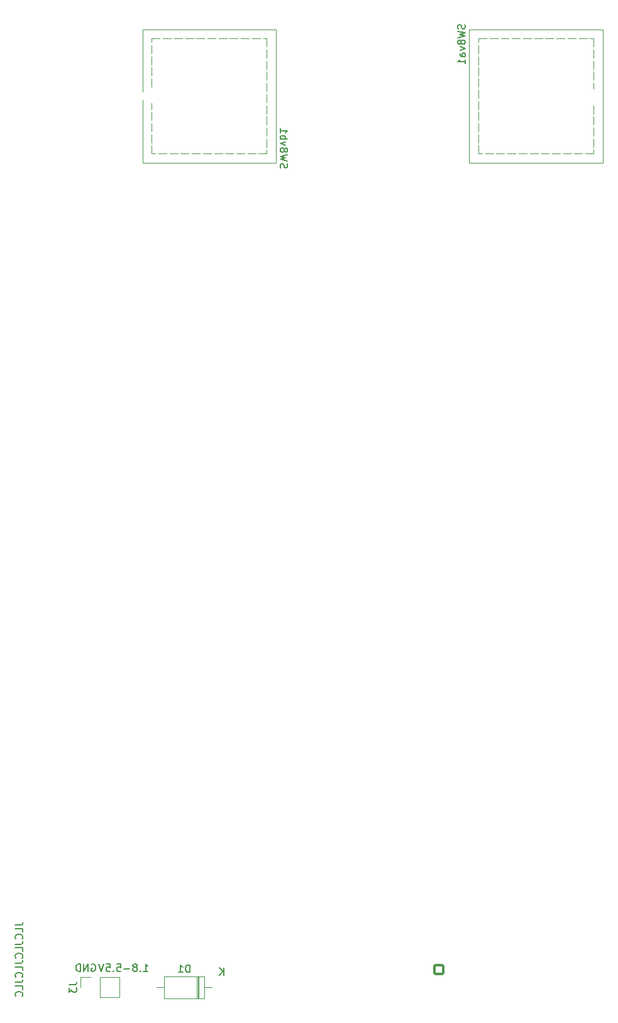
<source format=gbo>
%TF.GenerationSoftware,KiCad,Pcbnew,9.0.0*%
%TF.CreationDate,2025-03-25T20:45:47+10:00*%
%TF.ProjectId,PicoSax,5069636f-5361-4782-9e6b-696361645f70,rev?*%
%TF.SameCoordinates,Original*%
%TF.FileFunction,Legend,Bot*%
%TF.FilePolarity,Positive*%
%FSLAX46Y46*%
G04 Gerber Fmt 4.6, Leading zero omitted, Abs format (unit mm)*
G04 Created by KiCad (PCBNEW 9.0.0) date 2025-03-25 20:45:47*
%MOMM*%
%LPD*%
G01*
G04 APERTURE LIST*
G04 Aperture macros list*
%AMRoundRect*
0 Rectangle with rounded corners*
0 $1 Rounding radius*
0 $2 $3 $4 $5 $6 $7 $8 $9 X,Y pos of 4 corners*
0 Add a 4 corners polygon primitive as box body*
4,1,4,$2,$3,$4,$5,$6,$7,$8,$9,$2,$3,0*
0 Add four circle primitives for the rounded corners*
1,1,$1+$1,$2,$3*
1,1,$1+$1,$4,$5*
1,1,$1+$1,$6,$7*
1,1,$1+$1,$8,$9*
0 Add four rect primitives between the rounded corners*
20,1,$1+$1,$2,$3,$4,$5,0*
20,1,$1+$1,$4,$5,$6,$7,0*
20,1,$1+$1,$6,$7,$8,$9,0*
20,1,$1+$1,$8,$9,$2,$3,0*%
%AMFreePoly0*
4,1,37,0.603843,0.796157,0.639018,0.796157,0.711114,0.766294,0.766294,0.711114,0.796157,0.639018,0.796157,0.603843,0.800000,0.600000,0.800000,-0.600000,0.796157,-0.603843,0.796157,-0.639018,0.766294,-0.711114,0.711114,-0.766294,0.639018,-0.796157,0.603843,-0.796157,0.600000,-0.800000,0.000000,-0.800000,0.000000,-0.796148,-0.078414,-0.796148,-0.232228,-0.765552,-0.377117,-0.705537,
-0.507515,-0.618408,-0.618408,-0.507515,-0.705537,-0.377117,-0.765552,-0.232228,-0.796148,-0.078414,-0.796148,0.078414,-0.765552,0.232228,-0.705537,0.377117,-0.618408,0.507515,-0.507515,0.618408,-0.377117,0.705537,-0.232228,0.765552,-0.078414,0.796148,0.000000,0.796148,0.000000,0.800000,0.600000,0.800000,0.603843,0.796157,0.603843,0.796157,$1*%
%AMFreePoly1*
4,1,37,0.000000,0.796148,0.078414,0.796148,0.232228,0.765552,0.377117,0.705537,0.507515,0.618408,0.618408,0.507515,0.705537,0.377117,0.765552,0.232228,0.796148,0.078414,0.796148,-0.078414,0.765552,-0.232228,0.705537,-0.377117,0.618408,-0.507515,0.507515,-0.618408,0.377117,-0.705537,0.232228,-0.765552,0.078414,-0.796148,0.000000,-0.796148,0.000000,-0.800000,-0.600000,-0.800000,
-0.603843,-0.796157,-0.639018,-0.796157,-0.711114,-0.766294,-0.766294,-0.711114,-0.796157,-0.639018,-0.796157,-0.603843,-0.800000,-0.600000,-0.800000,0.600000,-0.796157,0.603843,-0.796157,0.639018,-0.766294,0.711114,-0.711114,0.766294,-0.639018,0.796157,-0.603843,0.796157,-0.600000,0.800000,0.000000,0.800000,0.000000,0.796148,0.000000,0.796148,$1*%
G04 Aperture macros list end*
%ADD10C,0.150000*%
%ADD11C,0.100000*%
%ADD12C,0.120000*%
%ADD13C,2.000000*%
%ADD14C,2.500000*%
%ADD15C,3.200000*%
%ADD16C,2.200000*%
%ADD17C,1.850000*%
%ADD18RoundRect,0.200000X0.600000X0.600000X-0.600000X0.600000X-0.600000X-0.600000X0.600000X-0.600000X0*%
%ADD19C,1.600000*%
%ADD20FreePoly0,180.000000*%
%ADD21FreePoly1,180.000000*%
%ADD22C,3.000000*%
%ADD23O,2.500000X2.000000*%
%ADD24O,2.000000X2.500000*%
%ADD25R,1.700000X1.700000*%
%ADD26O,1.700000X1.700000*%
%ADD27R,2.200000X2.200000*%
%ADD28O,2.200000X2.200000*%
G04 APERTURE END LIST*
D10*
X69139411Y-204869819D02*
X69710839Y-204869819D01*
X69425125Y-204869819D02*
X69425125Y-203869819D01*
X69425125Y-203869819D02*
X69520363Y-204012676D01*
X69520363Y-204012676D02*
X69615601Y-204107914D01*
X69615601Y-204107914D02*
X69710839Y-204155533D01*
X68710839Y-204774580D02*
X68663220Y-204822200D01*
X68663220Y-204822200D02*
X68710839Y-204869819D01*
X68710839Y-204869819D02*
X68758458Y-204822200D01*
X68758458Y-204822200D02*
X68710839Y-204774580D01*
X68710839Y-204774580D02*
X68710839Y-204869819D01*
X68091792Y-204298390D02*
X68187030Y-204250771D01*
X68187030Y-204250771D02*
X68234649Y-204203152D01*
X68234649Y-204203152D02*
X68282268Y-204107914D01*
X68282268Y-204107914D02*
X68282268Y-204060295D01*
X68282268Y-204060295D02*
X68234649Y-203965057D01*
X68234649Y-203965057D02*
X68187030Y-203917438D01*
X68187030Y-203917438D02*
X68091792Y-203869819D01*
X68091792Y-203869819D02*
X67901316Y-203869819D01*
X67901316Y-203869819D02*
X67806078Y-203917438D01*
X67806078Y-203917438D02*
X67758459Y-203965057D01*
X67758459Y-203965057D02*
X67710840Y-204060295D01*
X67710840Y-204060295D02*
X67710840Y-204107914D01*
X67710840Y-204107914D02*
X67758459Y-204203152D01*
X67758459Y-204203152D02*
X67806078Y-204250771D01*
X67806078Y-204250771D02*
X67901316Y-204298390D01*
X67901316Y-204298390D02*
X68091792Y-204298390D01*
X68091792Y-204298390D02*
X68187030Y-204346009D01*
X68187030Y-204346009D02*
X68234649Y-204393628D01*
X68234649Y-204393628D02*
X68282268Y-204488866D01*
X68282268Y-204488866D02*
X68282268Y-204679342D01*
X68282268Y-204679342D02*
X68234649Y-204774580D01*
X68234649Y-204774580D02*
X68187030Y-204822200D01*
X68187030Y-204822200D02*
X68091792Y-204869819D01*
X68091792Y-204869819D02*
X67901316Y-204869819D01*
X67901316Y-204869819D02*
X67806078Y-204822200D01*
X67806078Y-204822200D02*
X67758459Y-204774580D01*
X67758459Y-204774580D02*
X67710840Y-204679342D01*
X67710840Y-204679342D02*
X67710840Y-204488866D01*
X67710840Y-204488866D02*
X67758459Y-204393628D01*
X67758459Y-204393628D02*
X67806078Y-204346009D01*
X67806078Y-204346009D02*
X67901316Y-204298390D01*
X67282268Y-204488866D02*
X66520364Y-204488866D01*
X65567983Y-203869819D02*
X66044173Y-203869819D01*
X66044173Y-203869819D02*
X66091792Y-204346009D01*
X66091792Y-204346009D02*
X66044173Y-204298390D01*
X66044173Y-204298390D02*
X65948935Y-204250771D01*
X65948935Y-204250771D02*
X65710840Y-204250771D01*
X65710840Y-204250771D02*
X65615602Y-204298390D01*
X65615602Y-204298390D02*
X65567983Y-204346009D01*
X65567983Y-204346009D02*
X65520364Y-204441247D01*
X65520364Y-204441247D02*
X65520364Y-204679342D01*
X65520364Y-204679342D02*
X65567983Y-204774580D01*
X65567983Y-204774580D02*
X65615602Y-204822200D01*
X65615602Y-204822200D02*
X65710840Y-204869819D01*
X65710840Y-204869819D02*
X65948935Y-204869819D01*
X65948935Y-204869819D02*
X66044173Y-204822200D01*
X66044173Y-204822200D02*
X66091792Y-204774580D01*
X65091792Y-204774580D02*
X65044173Y-204822200D01*
X65044173Y-204822200D02*
X65091792Y-204869819D01*
X65091792Y-204869819D02*
X65139411Y-204822200D01*
X65139411Y-204822200D02*
X65091792Y-204774580D01*
X65091792Y-204774580D02*
X65091792Y-204869819D01*
X64139412Y-203869819D02*
X64615602Y-203869819D01*
X64615602Y-203869819D02*
X64663221Y-204346009D01*
X64663221Y-204346009D02*
X64615602Y-204298390D01*
X64615602Y-204298390D02*
X64520364Y-204250771D01*
X64520364Y-204250771D02*
X64282269Y-204250771D01*
X64282269Y-204250771D02*
X64187031Y-204298390D01*
X64187031Y-204298390D02*
X64139412Y-204346009D01*
X64139412Y-204346009D02*
X64091793Y-204441247D01*
X64091793Y-204441247D02*
X64091793Y-204679342D01*
X64091793Y-204679342D02*
X64139412Y-204774580D01*
X64139412Y-204774580D02*
X64187031Y-204822200D01*
X64187031Y-204822200D02*
X64282269Y-204869819D01*
X64282269Y-204869819D02*
X64520364Y-204869819D01*
X64520364Y-204869819D02*
X64615602Y-204822200D01*
X64615602Y-204822200D02*
X64663221Y-204774580D01*
X63806078Y-203869819D02*
X63472745Y-204869819D01*
X63472745Y-204869819D02*
X63139412Y-203869819D01*
X62139411Y-203917438D02*
X62234649Y-203869819D01*
X62234649Y-203869819D02*
X62377506Y-203869819D01*
X62377506Y-203869819D02*
X62520363Y-203917438D01*
X62520363Y-203917438D02*
X62615601Y-204012676D01*
X62615601Y-204012676D02*
X62663220Y-204107914D01*
X62663220Y-204107914D02*
X62710839Y-204298390D01*
X62710839Y-204298390D02*
X62710839Y-204441247D01*
X62710839Y-204441247D02*
X62663220Y-204631723D01*
X62663220Y-204631723D02*
X62615601Y-204726961D01*
X62615601Y-204726961D02*
X62520363Y-204822200D01*
X62520363Y-204822200D02*
X62377506Y-204869819D01*
X62377506Y-204869819D02*
X62282268Y-204869819D01*
X62282268Y-204869819D02*
X62139411Y-204822200D01*
X62139411Y-204822200D02*
X62091792Y-204774580D01*
X62091792Y-204774580D02*
X62091792Y-204441247D01*
X62091792Y-204441247D02*
X62282268Y-204441247D01*
X61663220Y-204869819D02*
X61663220Y-203869819D01*
X61663220Y-203869819D02*
X61091792Y-204869819D01*
X61091792Y-204869819D02*
X61091792Y-203869819D01*
X60615601Y-204869819D02*
X60615601Y-203869819D01*
X60615601Y-203869819D02*
X60377506Y-203869819D01*
X60377506Y-203869819D02*
X60234649Y-203917438D01*
X60234649Y-203917438D02*
X60139411Y-204012676D01*
X60139411Y-204012676D02*
X60091792Y-204107914D01*
X60091792Y-204107914D02*
X60044173Y-204298390D01*
X60044173Y-204298390D02*
X60044173Y-204441247D01*
X60044173Y-204441247D02*
X60091792Y-204631723D01*
X60091792Y-204631723D02*
X60139411Y-204726961D01*
X60139411Y-204726961D02*
X60234649Y-204822200D01*
X60234649Y-204822200D02*
X60377506Y-204869819D01*
X60377506Y-204869819D02*
X60615601Y-204869819D01*
X51869819Y-198622493D02*
X52584104Y-198622493D01*
X52584104Y-198622493D02*
X52726961Y-198574874D01*
X52726961Y-198574874D02*
X52822200Y-198479636D01*
X52822200Y-198479636D02*
X52869819Y-198336779D01*
X52869819Y-198336779D02*
X52869819Y-198241541D01*
X52869819Y-199574874D02*
X52869819Y-199098684D01*
X52869819Y-199098684D02*
X51869819Y-199098684D01*
X52774580Y-200479636D02*
X52822200Y-200432017D01*
X52822200Y-200432017D02*
X52869819Y-200289160D01*
X52869819Y-200289160D02*
X52869819Y-200193922D01*
X52869819Y-200193922D02*
X52822200Y-200051065D01*
X52822200Y-200051065D02*
X52726961Y-199955827D01*
X52726961Y-199955827D02*
X52631723Y-199908208D01*
X52631723Y-199908208D02*
X52441247Y-199860589D01*
X52441247Y-199860589D02*
X52298390Y-199860589D01*
X52298390Y-199860589D02*
X52107914Y-199908208D01*
X52107914Y-199908208D02*
X52012676Y-199955827D01*
X52012676Y-199955827D02*
X51917438Y-200051065D01*
X51917438Y-200051065D02*
X51869819Y-200193922D01*
X51869819Y-200193922D02*
X51869819Y-200289160D01*
X51869819Y-200289160D02*
X51917438Y-200432017D01*
X51917438Y-200432017D02*
X51965057Y-200479636D01*
X51869819Y-201193922D02*
X52584104Y-201193922D01*
X52584104Y-201193922D02*
X52726961Y-201146303D01*
X52726961Y-201146303D02*
X52822200Y-201051065D01*
X52822200Y-201051065D02*
X52869819Y-200908208D01*
X52869819Y-200908208D02*
X52869819Y-200812970D01*
X52869819Y-202146303D02*
X52869819Y-201670113D01*
X52869819Y-201670113D02*
X51869819Y-201670113D01*
X52774580Y-203051065D02*
X52822200Y-203003446D01*
X52822200Y-203003446D02*
X52869819Y-202860589D01*
X52869819Y-202860589D02*
X52869819Y-202765351D01*
X52869819Y-202765351D02*
X52822200Y-202622494D01*
X52822200Y-202622494D02*
X52726961Y-202527256D01*
X52726961Y-202527256D02*
X52631723Y-202479637D01*
X52631723Y-202479637D02*
X52441247Y-202432018D01*
X52441247Y-202432018D02*
X52298390Y-202432018D01*
X52298390Y-202432018D02*
X52107914Y-202479637D01*
X52107914Y-202479637D02*
X52012676Y-202527256D01*
X52012676Y-202527256D02*
X51917438Y-202622494D01*
X51917438Y-202622494D02*
X51869819Y-202765351D01*
X51869819Y-202765351D02*
X51869819Y-202860589D01*
X51869819Y-202860589D02*
X51917438Y-203003446D01*
X51917438Y-203003446D02*
X51965057Y-203051065D01*
X51869819Y-203765351D02*
X52584104Y-203765351D01*
X52584104Y-203765351D02*
X52726961Y-203717732D01*
X52726961Y-203717732D02*
X52822200Y-203622494D01*
X52822200Y-203622494D02*
X52869819Y-203479637D01*
X52869819Y-203479637D02*
X52869819Y-203384399D01*
X52869819Y-204717732D02*
X52869819Y-204241542D01*
X52869819Y-204241542D02*
X51869819Y-204241542D01*
X52774580Y-205622494D02*
X52822200Y-205574875D01*
X52822200Y-205574875D02*
X52869819Y-205432018D01*
X52869819Y-205432018D02*
X52869819Y-205336780D01*
X52869819Y-205336780D02*
X52822200Y-205193923D01*
X52822200Y-205193923D02*
X52726961Y-205098685D01*
X52726961Y-205098685D02*
X52631723Y-205051066D01*
X52631723Y-205051066D02*
X52441247Y-205003447D01*
X52441247Y-205003447D02*
X52298390Y-205003447D01*
X52298390Y-205003447D02*
X52107914Y-205051066D01*
X52107914Y-205051066D02*
X52012676Y-205098685D01*
X52012676Y-205098685D02*
X51917438Y-205193923D01*
X51917438Y-205193923D02*
X51869819Y-205336780D01*
X51869819Y-205336780D02*
X51869819Y-205432018D01*
X51869819Y-205432018D02*
X51917438Y-205574875D01*
X51917438Y-205574875D02*
X51965057Y-205622494D01*
X51869819Y-206336780D02*
X52584104Y-206336780D01*
X52584104Y-206336780D02*
X52726961Y-206289161D01*
X52726961Y-206289161D02*
X52822200Y-206193923D01*
X52822200Y-206193923D02*
X52869819Y-206051066D01*
X52869819Y-206051066D02*
X52869819Y-205955828D01*
X52869819Y-207289161D02*
X52869819Y-206812971D01*
X52869819Y-206812971D02*
X51869819Y-206812971D01*
X52774580Y-208193923D02*
X52822200Y-208146304D01*
X52822200Y-208146304D02*
X52869819Y-208003447D01*
X52869819Y-208003447D02*
X52869819Y-207908209D01*
X52869819Y-207908209D02*
X52822200Y-207765352D01*
X52822200Y-207765352D02*
X52726961Y-207670114D01*
X52726961Y-207670114D02*
X52631723Y-207622495D01*
X52631723Y-207622495D02*
X52441247Y-207574876D01*
X52441247Y-207574876D02*
X52298390Y-207574876D01*
X52298390Y-207574876D02*
X52107914Y-207622495D01*
X52107914Y-207622495D02*
X52012676Y-207670114D01*
X52012676Y-207670114D02*
X51917438Y-207765352D01*
X51917438Y-207765352D02*
X51869819Y-207908209D01*
X51869819Y-207908209D02*
X51869819Y-208003447D01*
X51869819Y-208003447D02*
X51917438Y-208146304D01*
X51917438Y-208146304D02*
X51965057Y-208193923D01*
X112407200Y-77357143D02*
X112454819Y-77500000D01*
X112454819Y-77500000D02*
X112454819Y-77738095D01*
X112454819Y-77738095D02*
X112407200Y-77833333D01*
X112407200Y-77833333D02*
X112359580Y-77880952D01*
X112359580Y-77880952D02*
X112264342Y-77928571D01*
X112264342Y-77928571D02*
X112169104Y-77928571D01*
X112169104Y-77928571D02*
X112073866Y-77880952D01*
X112073866Y-77880952D02*
X112026247Y-77833333D01*
X112026247Y-77833333D02*
X111978628Y-77738095D01*
X111978628Y-77738095D02*
X111931009Y-77547619D01*
X111931009Y-77547619D02*
X111883390Y-77452381D01*
X111883390Y-77452381D02*
X111835771Y-77404762D01*
X111835771Y-77404762D02*
X111740533Y-77357143D01*
X111740533Y-77357143D02*
X111645295Y-77357143D01*
X111645295Y-77357143D02*
X111550057Y-77404762D01*
X111550057Y-77404762D02*
X111502438Y-77452381D01*
X111502438Y-77452381D02*
X111454819Y-77547619D01*
X111454819Y-77547619D02*
X111454819Y-77785714D01*
X111454819Y-77785714D02*
X111502438Y-77928571D01*
X111454819Y-78261905D02*
X112454819Y-78500000D01*
X112454819Y-78500000D02*
X111740533Y-78690476D01*
X111740533Y-78690476D02*
X112454819Y-78880952D01*
X112454819Y-78880952D02*
X111454819Y-79119048D01*
X111883390Y-79642857D02*
X111835771Y-79547619D01*
X111835771Y-79547619D02*
X111788152Y-79500000D01*
X111788152Y-79500000D02*
X111692914Y-79452381D01*
X111692914Y-79452381D02*
X111645295Y-79452381D01*
X111645295Y-79452381D02*
X111550057Y-79500000D01*
X111550057Y-79500000D02*
X111502438Y-79547619D01*
X111502438Y-79547619D02*
X111454819Y-79642857D01*
X111454819Y-79642857D02*
X111454819Y-79833333D01*
X111454819Y-79833333D02*
X111502438Y-79928571D01*
X111502438Y-79928571D02*
X111550057Y-79976190D01*
X111550057Y-79976190D02*
X111645295Y-80023809D01*
X111645295Y-80023809D02*
X111692914Y-80023809D01*
X111692914Y-80023809D02*
X111788152Y-79976190D01*
X111788152Y-79976190D02*
X111835771Y-79928571D01*
X111835771Y-79928571D02*
X111883390Y-79833333D01*
X111883390Y-79833333D02*
X111883390Y-79642857D01*
X111883390Y-79642857D02*
X111931009Y-79547619D01*
X111931009Y-79547619D02*
X111978628Y-79500000D01*
X111978628Y-79500000D02*
X112073866Y-79452381D01*
X112073866Y-79452381D02*
X112264342Y-79452381D01*
X112264342Y-79452381D02*
X112359580Y-79500000D01*
X112359580Y-79500000D02*
X112407200Y-79547619D01*
X112407200Y-79547619D02*
X112454819Y-79642857D01*
X112454819Y-79642857D02*
X112454819Y-79833333D01*
X112454819Y-79833333D02*
X112407200Y-79928571D01*
X112407200Y-79928571D02*
X112359580Y-79976190D01*
X112359580Y-79976190D02*
X112264342Y-80023809D01*
X112264342Y-80023809D02*
X112073866Y-80023809D01*
X112073866Y-80023809D02*
X111978628Y-79976190D01*
X111978628Y-79976190D02*
X111931009Y-79928571D01*
X111931009Y-79928571D02*
X111883390Y-79833333D01*
X111788152Y-80357143D02*
X112454819Y-80595238D01*
X112454819Y-80595238D02*
X111788152Y-80833333D01*
X112454819Y-81642857D02*
X111931009Y-81642857D01*
X111931009Y-81642857D02*
X111835771Y-81595238D01*
X111835771Y-81595238D02*
X111788152Y-81500000D01*
X111788152Y-81500000D02*
X111788152Y-81309524D01*
X111788152Y-81309524D02*
X111835771Y-81214286D01*
X112407200Y-81642857D02*
X112454819Y-81547619D01*
X112454819Y-81547619D02*
X112454819Y-81309524D01*
X112454819Y-81309524D02*
X112407200Y-81214286D01*
X112407200Y-81214286D02*
X112311961Y-81166667D01*
X112311961Y-81166667D02*
X112216723Y-81166667D01*
X112216723Y-81166667D02*
X112121485Y-81214286D01*
X112121485Y-81214286D02*
X112073866Y-81309524D01*
X112073866Y-81309524D02*
X112073866Y-81547619D01*
X112073866Y-81547619D02*
X112026247Y-81642857D01*
X112454819Y-82642857D02*
X112454819Y-82071429D01*
X112454819Y-82357143D02*
X111454819Y-82357143D01*
X111454819Y-82357143D02*
X111597676Y-82261905D01*
X111597676Y-82261905D02*
X111692914Y-82166667D01*
X111692914Y-82166667D02*
X111740533Y-82071429D01*
X59124819Y-206666666D02*
X59839104Y-206666666D01*
X59839104Y-206666666D02*
X59981961Y-206619047D01*
X59981961Y-206619047D02*
X60077200Y-206523809D01*
X60077200Y-206523809D02*
X60124819Y-206380952D01*
X60124819Y-206380952D02*
X60124819Y-206285714D01*
X59124819Y-207047619D02*
X59124819Y-207666666D01*
X59124819Y-207666666D02*
X59505771Y-207333333D01*
X59505771Y-207333333D02*
X59505771Y-207476190D01*
X59505771Y-207476190D02*
X59553390Y-207571428D01*
X59553390Y-207571428D02*
X59601009Y-207619047D01*
X59601009Y-207619047D02*
X59696247Y-207666666D01*
X59696247Y-207666666D02*
X59934342Y-207666666D01*
X59934342Y-207666666D02*
X60029580Y-207619047D01*
X60029580Y-207619047D02*
X60077200Y-207571428D01*
X60077200Y-207571428D02*
X60124819Y-207476190D01*
X60124819Y-207476190D02*
X60124819Y-207190476D01*
X60124819Y-207190476D02*
X60077200Y-207095238D01*
X60077200Y-207095238D02*
X60029580Y-207047619D01*
X87592800Y-96642856D02*
X87545180Y-96499999D01*
X87545180Y-96499999D02*
X87545180Y-96261904D01*
X87545180Y-96261904D02*
X87592800Y-96166666D01*
X87592800Y-96166666D02*
X87640419Y-96119047D01*
X87640419Y-96119047D02*
X87735657Y-96071428D01*
X87735657Y-96071428D02*
X87830895Y-96071428D01*
X87830895Y-96071428D02*
X87926133Y-96119047D01*
X87926133Y-96119047D02*
X87973752Y-96166666D01*
X87973752Y-96166666D02*
X88021371Y-96261904D01*
X88021371Y-96261904D02*
X88068990Y-96452380D01*
X88068990Y-96452380D02*
X88116609Y-96547618D01*
X88116609Y-96547618D02*
X88164228Y-96595237D01*
X88164228Y-96595237D02*
X88259466Y-96642856D01*
X88259466Y-96642856D02*
X88354704Y-96642856D01*
X88354704Y-96642856D02*
X88449942Y-96595237D01*
X88449942Y-96595237D02*
X88497561Y-96547618D01*
X88497561Y-96547618D02*
X88545180Y-96452380D01*
X88545180Y-96452380D02*
X88545180Y-96214285D01*
X88545180Y-96214285D02*
X88497561Y-96071428D01*
X88545180Y-95738094D02*
X87545180Y-95499999D01*
X87545180Y-95499999D02*
X88259466Y-95309523D01*
X88259466Y-95309523D02*
X87545180Y-95119047D01*
X87545180Y-95119047D02*
X88545180Y-94880952D01*
X88116609Y-94357142D02*
X88164228Y-94452380D01*
X88164228Y-94452380D02*
X88211847Y-94499999D01*
X88211847Y-94499999D02*
X88307085Y-94547618D01*
X88307085Y-94547618D02*
X88354704Y-94547618D01*
X88354704Y-94547618D02*
X88449942Y-94499999D01*
X88449942Y-94499999D02*
X88497561Y-94452380D01*
X88497561Y-94452380D02*
X88545180Y-94357142D01*
X88545180Y-94357142D02*
X88545180Y-94166666D01*
X88545180Y-94166666D02*
X88497561Y-94071428D01*
X88497561Y-94071428D02*
X88449942Y-94023809D01*
X88449942Y-94023809D02*
X88354704Y-93976190D01*
X88354704Y-93976190D02*
X88307085Y-93976190D01*
X88307085Y-93976190D02*
X88211847Y-94023809D01*
X88211847Y-94023809D02*
X88164228Y-94071428D01*
X88164228Y-94071428D02*
X88116609Y-94166666D01*
X88116609Y-94166666D02*
X88116609Y-94357142D01*
X88116609Y-94357142D02*
X88068990Y-94452380D01*
X88068990Y-94452380D02*
X88021371Y-94499999D01*
X88021371Y-94499999D02*
X87926133Y-94547618D01*
X87926133Y-94547618D02*
X87735657Y-94547618D01*
X87735657Y-94547618D02*
X87640419Y-94499999D01*
X87640419Y-94499999D02*
X87592800Y-94452380D01*
X87592800Y-94452380D02*
X87545180Y-94357142D01*
X87545180Y-94357142D02*
X87545180Y-94166666D01*
X87545180Y-94166666D02*
X87592800Y-94071428D01*
X87592800Y-94071428D02*
X87640419Y-94023809D01*
X87640419Y-94023809D02*
X87735657Y-93976190D01*
X87735657Y-93976190D02*
X87926133Y-93976190D01*
X87926133Y-93976190D02*
X88021371Y-94023809D01*
X88021371Y-94023809D02*
X88068990Y-94071428D01*
X88068990Y-94071428D02*
X88116609Y-94166666D01*
X88211847Y-93642856D02*
X87545180Y-93404761D01*
X87545180Y-93404761D02*
X88211847Y-93166666D01*
X87545180Y-92785713D02*
X88545180Y-92785713D01*
X88164228Y-92785713D02*
X88211847Y-92690475D01*
X88211847Y-92690475D02*
X88211847Y-92499999D01*
X88211847Y-92499999D02*
X88164228Y-92404761D01*
X88164228Y-92404761D02*
X88116609Y-92357142D01*
X88116609Y-92357142D02*
X88021371Y-92309523D01*
X88021371Y-92309523D02*
X87735657Y-92309523D01*
X87735657Y-92309523D02*
X87640419Y-92357142D01*
X87640419Y-92357142D02*
X87592800Y-92404761D01*
X87592800Y-92404761D02*
X87545180Y-92499999D01*
X87545180Y-92499999D02*
X87545180Y-92690475D01*
X87545180Y-92690475D02*
X87592800Y-92785713D01*
X87545180Y-91357142D02*
X87545180Y-91928570D01*
X87545180Y-91642856D02*
X88545180Y-91642856D01*
X88545180Y-91642856D02*
X88402323Y-91738094D01*
X88402323Y-91738094D02*
X88307085Y-91833332D01*
X88307085Y-91833332D02*
X88259466Y-91928570D01*
X75368094Y-204984819D02*
X75368094Y-203984819D01*
X75368094Y-203984819D02*
X75129999Y-203984819D01*
X75129999Y-203984819D02*
X74987142Y-204032438D01*
X74987142Y-204032438D02*
X74891904Y-204127676D01*
X74891904Y-204127676D02*
X74844285Y-204222914D01*
X74844285Y-204222914D02*
X74796666Y-204413390D01*
X74796666Y-204413390D02*
X74796666Y-204556247D01*
X74796666Y-204556247D02*
X74844285Y-204746723D01*
X74844285Y-204746723D02*
X74891904Y-204841961D01*
X74891904Y-204841961D02*
X74987142Y-204937200D01*
X74987142Y-204937200D02*
X75129999Y-204984819D01*
X75129999Y-204984819D02*
X75368094Y-204984819D01*
X73844285Y-204984819D02*
X74415713Y-204984819D01*
X74129999Y-204984819D02*
X74129999Y-203984819D01*
X74129999Y-203984819D02*
X74225237Y-204127676D01*
X74225237Y-204127676D02*
X74320475Y-204222914D01*
X74320475Y-204222914D02*
X74415713Y-204270533D01*
X79971904Y-205354819D02*
X79971904Y-204354819D01*
X79400476Y-205354819D02*
X79829047Y-204783390D01*
X79400476Y-204354819D02*
X79971904Y-204926247D01*
%TO.C,SW8va1*%
D11*
X113000000Y-78000000D02*
X131000000Y-78000000D01*
X131000000Y-96000000D01*
X113000000Y-96000000D01*
X113000000Y-78000000D01*
X114250000Y-79250000D02*
X115350000Y-79250000D01*
X115750000Y-79250000D02*
X116850000Y-79250000D01*
X117250000Y-79250000D02*
X118350000Y-79250000D01*
X118750000Y-79250000D02*
X119850000Y-79250000D01*
X120250000Y-79250000D02*
X121350000Y-79250000D01*
X121750000Y-79250000D02*
X122850000Y-79250000D01*
X123250000Y-79250000D02*
X124350000Y-79250000D01*
X124750000Y-79250000D02*
X125850000Y-79250000D01*
X126250000Y-79250000D02*
X127350000Y-79250000D01*
X127750000Y-79250000D02*
X128850000Y-79250000D01*
X129250000Y-79250000D02*
X129750000Y-79250000D01*
X129750000Y-79250000D02*
X129750000Y-80350000D01*
X129750000Y-80750000D02*
X129750000Y-81850000D01*
X129750000Y-82250000D02*
X129750000Y-83350000D01*
X129750000Y-83750000D02*
X129750000Y-84850000D01*
X129750000Y-85250000D02*
X129750000Y-86350000D01*
X129750000Y-86750000D02*
X129750000Y-87850000D01*
X129750000Y-88250000D02*
X129750000Y-89350000D01*
X129750000Y-89750000D02*
X129750000Y-90850000D01*
X129750000Y-91250000D02*
X129750000Y-92350000D01*
X129750000Y-92750000D02*
X129750000Y-93850000D01*
X129750000Y-94250000D02*
X129750000Y-94750000D01*
X129750000Y-94750000D02*
X128650000Y-94750000D01*
X128250000Y-94750000D02*
X127150000Y-94750000D01*
X126750000Y-94750000D02*
X125650000Y-94750000D01*
X125250000Y-94750000D02*
X124150000Y-94750000D01*
X123750000Y-94750000D02*
X122650000Y-94750000D01*
X122250000Y-94750000D02*
X121150000Y-94750000D01*
X120750000Y-94750000D02*
X119650000Y-94750000D01*
X119250000Y-94750000D02*
X118150000Y-94750000D01*
X117750000Y-94750000D02*
X116650000Y-94750000D01*
X116250000Y-94750000D02*
X115150000Y-94750000D01*
X114750000Y-94750000D02*
X114250000Y-94750000D01*
X114250000Y-94750000D02*
X114250000Y-93650000D01*
X114250000Y-93250000D02*
X114250000Y-92150000D01*
X114250000Y-91750000D02*
X114250000Y-90650000D01*
X114250000Y-90250000D02*
X114250000Y-89150000D01*
X114250000Y-88750000D02*
X114250000Y-87650000D01*
X114250000Y-87250000D02*
X114250000Y-86150000D01*
X114250000Y-85750000D02*
X114250000Y-84650000D01*
X114250000Y-84250000D02*
X114250000Y-83150000D01*
X114250000Y-82750000D02*
X114250000Y-81650000D01*
X114250000Y-81250000D02*
X114250000Y-80150000D01*
X114250000Y-79750000D02*
X114250000Y-79250000D01*
D12*
%TO.C,J3*%
X60670000Y-205670000D02*
X60670000Y-207000000D01*
X62000000Y-205670000D02*
X60670000Y-205670000D01*
X63270000Y-205670000D02*
X63270000Y-208330000D01*
X63270000Y-205670000D02*
X65870000Y-205670000D01*
X63270000Y-208330000D02*
X65870000Y-208330000D01*
X65870000Y-205670000D02*
X65870000Y-208330000D01*
D11*
%TO.C,SW8vb1*%
X85750000Y-94750000D02*
X84650000Y-94750000D01*
X84250000Y-94750000D02*
X83150000Y-94750000D01*
X82750000Y-94750000D02*
X81650000Y-94750000D01*
X81250000Y-94750000D02*
X80150000Y-94750000D01*
X79750000Y-94750000D02*
X78650000Y-94750000D01*
X78250000Y-94750000D02*
X77150000Y-94750000D01*
X76750000Y-94750000D02*
X75650000Y-94750000D01*
X75250000Y-94750000D02*
X74150000Y-94750000D01*
X73750000Y-94750000D02*
X72650000Y-94750000D01*
X72250000Y-94750000D02*
X71150000Y-94750000D01*
X70750000Y-94750000D02*
X70250000Y-94750000D01*
X70250000Y-94750000D02*
X70250000Y-93650000D01*
X70250000Y-93250000D02*
X70250000Y-92150000D01*
X70250000Y-91750000D02*
X70250000Y-90650000D01*
X70250000Y-90250000D02*
X70250000Y-89150000D01*
X70250000Y-88750000D02*
X70250000Y-87650000D01*
X70250000Y-87250000D02*
X70250000Y-86150000D01*
X70250000Y-85750000D02*
X70250000Y-84650000D01*
X70250000Y-84250000D02*
X70250000Y-83150000D01*
X70250000Y-82750000D02*
X70250000Y-81650000D01*
X70250000Y-81250000D02*
X70250000Y-80150000D01*
X70250000Y-79750000D02*
X70250000Y-79250000D01*
X70250000Y-79250000D02*
X71350000Y-79250000D01*
X71750000Y-79250000D02*
X72850000Y-79250000D01*
X73250000Y-79250000D02*
X74350000Y-79250000D01*
X74750000Y-79250000D02*
X75850000Y-79250000D01*
X76250000Y-79250000D02*
X77350000Y-79250000D01*
X77750000Y-79250000D02*
X78850000Y-79250000D01*
X79250000Y-79250000D02*
X80350000Y-79250000D01*
X80750000Y-79250000D02*
X81850000Y-79250000D01*
X82250000Y-79250000D02*
X83350000Y-79250000D01*
X83750000Y-79250000D02*
X84850000Y-79250000D01*
X85250000Y-79250000D02*
X85750000Y-79250000D01*
X85750000Y-79250000D02*
X85750000Y-80350000D01*
X85750000Y-80750000D02*
X85750000Y-81850000D01*
X85750000Y-82250000D02*
X85750000Y-83350000D01*
X85750000Y-83750000D02*
X85750000Y-84850000D01*
X85750000Y-85250000D02*
X85750000Y-86350000D01*
X85750000Y-86750000D02*
X85750000Y-87850000D01*
X85750000Y-88250000D02*
X85750000Y-89350000D01*
X85750000Y-89750000D02*
X85750000Y-90850000D01*
X85750000Y-91250000D02*
X85750000Y-92350000D01*
X85750000Y-92750000D02*
X85750000Y-93850000D01*
X85750000Y-94250000D02*
X85750000Y-94750000D01*
X87000000Y-96000000D02*
X69000000Y-96000000D01*
X69000000Y-78000000D01*
X87000000Y-78000000D01*
X87000000Y-96000000D01*
D12*
%TO.C,D1*%
X70890000Y-207000000D02*
X71910000Y-207000000D01*
X71910000Y-205530000D02*
X77350000Y-205530000D01*
X71910000Y-208470000D02*
X71910000Y-205530000D01*
X76330000Y-205530000D02*
X76330000Y-208470000D01*
X76450000Y-205530000D02*
X76450000Y-208470000D01*
X76570000Y-205530000D02*
X76570000Y-208470000D01*
X77350000Y-205530000D02*
X77350000Y-208470000D01*
X77350000Y-208470000D02*
X71910000Y-208470000D01*
X78370000Y-207000000D02*
X77350000Y-207000000D01*
%TD*%
%LPC*%
D13*
%TO.C,SWE1*%
X65000000Y-106000000D03*
X75000000Y-106000000D03*
D14*
X68225000Y-110810000D03*
X71775000Y-101190000D03*
%TD*%
D15*
%TO.C,M4*%
X115000000Y-71000000D03*
%TD*%
D16*
%TO.C,A1*%
X102725000Y-204462500D03*
D17*
X102425000Y-201432500D03*
X97575000Y-201432500D03*
D16*
X97275000Y-204462500D03*
D18*
X108890000Y-204592500D03*
D19*
X108890000Y-202052500D03*
D20*
X108890000Y-199512500D03*
D19*
X108890000Y-196972500D03*
X108890000Y-194432500D03*
X108890000Y-191892500D03*
X108890000Y-189352500D03*
D20*
X108890000Y-186812500D03*
D19*
X108890000Y-184272500D03*
X108890000Y-181732500D03*
X108890000Y-179192500D03*
X108890000Y-176652500D03*
D20*
X108890000Y-174112500D03*
D19*
X108890000Y-171572500D03*
X108890000Y-169032500D03*
X108890000Y-166492500D03*
X108890000Y-163952500D03*
D20*
X108890000Y-161412500D03*
D19*
X108890000Y-158872500D03*
X108890000Y-156332500D03*
X91110000Y-156332500D03*
X91110000Y-158872500D03*
D21*
X91110000Y-161412500D03*
D19*
X91110000Y-163952500D03*
X91110000Y-166492500D03*
X91110000Y-169032500D03*
X91110000Y-171572500D03*
D21*
X91110000Y-174112500D03*
D19*
X91110000Y-176652500D03*
X91110000Y-179192500D03*
X91110000Y-181732500D03*
X91110000Y-184272500D03*
D21*
X91110000Y-186812500D03*
D19*
X91110000Y-189352500D03*
X91110000Y-191892500D03*
X91110000Y-194432500D03*
X91110000Y-196972500D03*
D21*
X91110000Y-199512500D03*
D19*
X91110000Y-202052500D03*
X91110000Y-204592500D03*
%TD*%
D13*
%TO.C,SWDup1*%
X135000000Y-67000000D03*
X145000000Y-67000000D03*
D14*
X138225000Y-71810000D03*
X141775000Y-62190000D03*
%TD*%
D13*
%TO.C,U1*%
X86030000Y-99870000D03*
X86030000Y-102410000D03*
X86030000Y-104950000D03*
X86030000Y-107490000D03*
X86030000Y-110030000D03*
X86030000Y-112570000D03*
X86030000Y-115110000D03*
X86030000Y-117650000D03*
X86030000Y-120190000D03*
X86030000Y-122730000D03*
X86030000Y-125270000D03*
X86030000Y-127810000D03*
X86030000Y-130350000D03*
X86030000Y-132890000D03*
X86030000Y-135430000D03*
X86030000Y-137970000D03*
X86030000Y-140510000D03*
X86030000Y-143050000D03*
X86030000Y-145590000D03*
X86030000Y-148130000D03*
X88570000Y-99870000D03*
X88570000Y-102410000D03*
X88570000Y-104950000D03*
X88570000Y-107490000D03*
X88570000Y-110030000D03*
X88570000Y-112570000D03*
X88570000Y-115110000D03*
X88570000Y-117650000D03*
X88570000Y-120190000D03*
X88570000Y-122730000D03*
X88570000Y-125270000D03*
X88570000Y-127810000D03*
X88570000Y-130350000D03*
X88570000Y-132890000D03*
X88570000Y-135430000D03*
X88570000Y-137970000D03*
X88570000Y-140510000D03*
X88570000Y-143050000D03*
X88570000Y-145590000D03*
X88570000Y-148130000D03*
X91110000Y-99870000D03*
X91110000Y-102410000D03*
X91110000Y-104950000D03*
X91110000Y-107490000D03*
X91110000Y-110030000D03*
X91110000Y-112570000D03*
X91110000Y-115110000D03*
X91110000Y-117650000D03*
X91110000Y-120190000D03*
X91110000Y-122730000D03*
X91110000Y-125270000D03*
X91110000Y-127810000D03*
X91110000Y-130350000D03*
X91110000Y-132890000D03*
X91110000Y-135430000D03*
X91110000Y-137970000D03*
X91110000Y-140510000D03*
X91110000Y-143050000D03*
X91110000Y-145590000D03*
X91110000Y-148130000D03*
X93650000Y-99870000D03*
X93650000Y-102410000D03*
X93650000Y-104950000D03*
X93650000Y-107490000D03*
X93650000Y-110030000D03*
X93650000Y-112570000D03*
X93650000Y-115110000D03*
X93650000Y-117650000D03*
X93650000Y-120190000D03*
X93650000Y-122730000D03*
X93650000Y-125270000D03*
X93650000Y-127810000D03*
X93650000Y-130350000D03*
X93650000Y-132890000D03*
X93650000Y-135430000D03*
X93650000Y-137970000D03*
X93650000Y-140510000D03*
X93650000Y-143050000D03*
X93650000Y-145590000D03*
X93650000Y-148130000D03*
X96190000Y-99870000D03*
X96190000Y-102410000D03*
X96190000Y-104950000D03*
X96190000Y-107490000D03*
X96190000Y-110030000D03*
X96190000Y-112570000D03*
X96190000Y-115110000D03*
X96190000Y-117650000D03*
X96190000Y-120190000D03*
X96190000Y-122730000D03*
X96190000Y-125270000D03*
X96190000Y-127810000D03*
X96190000Y-130350000D03*
X96190000Y-132890000D03*
X96190000Y-135430000D03*
X96190000Y-137970000D03*
X96190000Y-140510000D03*
X96190000Y-143050000D03*
X96190000Y-145590000D03*
X96190000Y-148130000D03*
X98730000Y-99870000D03*
X98730000Y-102410000D03*
X98730000Y-104950000D03*
X98730000Y-107490000D03*
X98730000Y-110030000D03*
X98730000Y-112570000D03*
X98730000Y-115110000D03*
X98730000Y-117650000D03*
X98730000Y-120190000D03*
X98730000Y-122730000D03*
X98730000Y-125270000D03*
X98730000Y-127810000D03*
X98730000Y-130350000D03*
X98730000Y-132890000D03*
X98730000Y-135430000D03*
X98730000Y-137970000D03*
X98730000Y-140510000D03*
X98730000Y-143050000D03*
X98730000Y-145590000D03*
X98730000Y-148130000D03*
X101270000Y-99870000D03*
X101270000Y-102410000D03*
X101270000Y-104950000D03*
X101270000Y-107490000D03*
X101270000Y-110030000D03*
X101270000Y-112570000D03*
X101270000Y-115110000D03*
X101270000Y-117650000D03*
X101270000Y-120190000D03*
X101270000Y-122730000D03*
X101270000Y-125270000D03*
X101270000Y-127810000D03*
X101270000Y-130350000D03*
X101270000Y-132890000D03*
X101270000Y-135430000D03*
X101270000Y-137970000D03*
X101270000Y-140510000D03*
X101270000Y-143050000D03*
X101270000Y-145590000D03*
X101270000Y-148130000D03*
X103810000Y-99870000D03*
X103810000Y-102410000D03*
X103810000Y-104950000D03*
X103810000Y-107490000D03*
X103810000Y-110030000D03*
X103810000Y-112570000D03*
X103810000Y-115110000D03*
X103810000Y-117650000D03*
X103810000Y-120190000D03*
X103810000Y-122730000D03*
X103810000Y-125270000D03*
X103810000Y-127810000D03*
X103810000Y-130350000D03*
X103810000Y-132890000D03*
X103810000Y-135430000D03*
X103810000Y-137970000D03*
X103810000Y-140510000D03*
X103810000Y-143050000D03*
X103810000Y-145590000D03*
X103810000Y-148130000D03*
X106350000Y-99870000D03*
X106350000Y-102410000D03*
X106350000Y-104950000D03*
X106350000Y-107490000D03*
X106350000Y-110030000D03*
X106350000Y-112570000D03*
X106350000Y-115110000D03*
X106350000Y-117650000D03*
X106350000Y-120190000D03*
X106350000Y-122730000D03*
X106350000Y-125270000D03*
X106350000Y-127810000D03*
X106350000Y-130350000D03*
X106350000Y-132890000D03*
X106350000Y-135430000D03*
X106350000Y-137970000D03*
X106350000Y-140510000D03*
X106350000Y-143050000D03*
X106350000Y-145590000D03*
X106350000Y-148130000D03*
X108890000Y-99870000D03*
X108890000Y-102410000D03*
X108890000Y-104950000D03*
X108890000Y-107490000D03*
X108890000Y-110030000D03*
X108890000Y-112570000D03*
X108890000Y-115110000D03*
X108890000Y-117650000D03*
X108890000Y-120190000D03*
X108890000Y-122730000D03*
X108890000Y-125270000D03*
X108890000Y-127810000D03*
X108890000Y-130350000D03*
X108890000Y-132890000D03*
X108890000Y-135430000D03*
X108890000Y-137970000D03*
X108890000Y-140510000D03*
X108890000Y-143050000D03*
X108890000Y-145590000D03*
X108890000Y-148130000D03*
X111430000Y-99870000D03*
X111430000Y-102410000D03*
X111430000Y-104950000D03*
X111430000Y-107490000D03*
X111430000Y-110030000D03*
X111430000Y-112570000D03*
X111430000Y-115110000D03*
X111430000Y-117650000D03*
X111430000Y-120190000D03*
X111430000Y-122730000D03*
X111430000Y-125270000D03*
X111430000Y-127810000D03*
X111430000Y-130350000D03*
X111430000Y-132890000D03*
X111430000Y-135430000D03*
X111430000Y-137970000D03*
X111430000Y-140510000D03*
X111430000Y-143050000D03*
X111430000Y-145590000D03*
X111430000Y-148130000D03*
X113970000Y-99870000D03*
X113970000Y-102410000D03*
X113970000Y-104950000D03*
X113970000Y-107490000D03*
X113970000Y-110030000D03*
X113970000Y-112570000D03*
X113970000Y-115110000D03*
X113970000Y-117650000D03*
X113970000Y-120190000D03*
X113970000Y-122730000D03*
X113970000Y-125270000D03*
X113970000Y-127810000D03*
X113970000Y-130350000D03*
X113970000Y-132890000D03*
X113970000Y-135430000D03*
X113970000Y-137970000D03*
X113970000Y-140510000D03*
X113970000Y-143050000D03*
X113970000Y-145590000D03*
X113970000Y-148130000D03*
%TD*%
%TO.C,SWA1*%
X135000000Y-106000000D03*
X125000000Y-106000000D03*
D14*
X131775000Y-101190000D03*
X128225000Y-110810000D03*
%TD*%
D15*
%TO.C,M3*%
X85000000Y-71000000D03*
%TD*%
%TO.C,M5*%
X60000000Y-180000000D03*
%TD*%
D13*
%TO.C,SWGs1*%
X140000000Y-144000000D03*
X130000000Y-144000000D03*
D14*
X136775000Y-139190000D03*
X133225000Y-148810000D03*
%TD*%
D15*
%TO.C,M2*%
X110000000Y-58000000D03*
%TD*%
D22*
%TO.C,REF\u002A\u002A*%
X102500000Y-58000000D03*
%TD*%
D13*
%TO.C,SWCTRL1*%
X65000000Y-195000000D03*
X75000000Y-195000000D03*
D14*
X68225000Y-199810000D03*
X71775000Y-190190000D03*
%TD*%
D13*
%TO.C,SWF1*%
X60000000Y-87000000D03*
X70000000Y-87000000D03*
D14*
X63225000Y-91810000D03*
X66775000Y-82190000D03*
%TD*%
D13*
%TO.C,SWSPR1*%
X140000000Y-163000000D03*
X130000000Y-163000000D03*
D14*
X136775000Y-158190000D03*
X133225000Y-167810000D03*
%TD*%
D15*
%TO.C,M6*%
X144000000Y-183000000D03*
%TD*%
D13*
%TO.C,SWC1*%
X60000000Y-163000000D03*
X70000000Y-163000000D03*
D14*
X63225000Y-167810000D03*
X66775000Y-158190000D03*
%TD*%
D23*
%TO.C,J4*%
X84400000Y-156382500D03*
X84400000Y-158922500D03*
X84400000Y-161462500D03*
X84400000Y-164002500D03*
X84400000Y-166542500D03*
X84400000Y-169082500D03*
X84400000Y-171622500D03*
X84400000Y-174162500D03*
X84400000Y-176702500D03*
X84400000Y-179242500D03*
X84400000Y-181782500D03*
X84400000Y-184322500D03*
X84400000Y-186862500D03*
X84400000Y-189402500D03*
X84400000Y-191942500D03*
X84400000Y-194482500D03*
X84400000Y-197022500D03*
X84400000Y-199562500D03*
X84400000Y-202102500D03*
X84400000Y-204642500D03*
%TD*%
D13*
%TO.C,SWB1*%
X140000000Y-87000000D03*
X130000000Y-87000000D03*
D14*
X136775000Y-82190000D03*
X133225000Y-91810000D03*
%TD*%
D22*
%TO.C,J2*%
X130000000Y-205000000D03*
X140000000Y-205000000D03*
D24*
X142500000Y-195000000D03*
X135000000Y-195000000D03*
X127500000Y-195000000D03*
X140000000Y-192500000D03*
X130000000Y-192500000D03*
%TD*%
D13*
%TO.C,SWEb1*%
X60000000Y-144000000D03*
X70000000Y-144000000D03*
D14*
X63225000Y-148810000D03*
X66775000Y-139190000D03*
%TD*%
D13*
%TO.C,SWG1*%
X135000000Y-125000000D03*
X125000000Y-125000000D03*
D14*
X131775000Y-120190000D03*
X128225000Y-129810000D03*
%TD*%
D15*
%TO.C,M1*%
X90000000Y-58000000D03*
%TD*%
D13*
%TO.C,SWBb1*%
X55000000Y-67000000D03*
X65000000Y-67000000D03*
D14*
X58225000Y-71810000D03*
X61775000Y-62190000D03*
%TD*%
D23*
%TO.C,J1*%
X115100000Y-204542500D03*
X115100000Y-202002500D03*
X115100000Y-199462500D03*
X115100000Y-196922500D03*
X115100000Y-194382500D03*
X115100000Y-191842500D03*
X115100000Y-189302500D03*
X115100000Y-186762500D03*
X115100000Y-184222500D03*
X115100000Y-181682500D03*
X115100000Y-179142500D03*
X115100000Y-176602500D03*
X115100000Y-174062500D03*
X115100000Y-171522500D03*
X115100000Y-168982500D03*
X115100000Y-166442500D03*
X115100000Y-163902500D03*
X115100000Y-161362500D03*
X115100000Y-158822500D03*
X115100000Y-156282500D03*
%TD*%
D13*
%TO.C,SWD1*%
X65000000Y-125000000D03*
X75000000Y-125000000D03*
D14*
X68225000Y-129810000D03*
X71775000Y-120190000D03*
%TD*%
D13*
%TO.C,SW8va1*%
X127000000Y-87000000D03*
X117000000Y-87000000D03*
D14*
X120225000Y-82190000D03*
X123775000Y-91810000D03*
%TD*%
D25*
%TO.C,J3*%
X62000000Y-207000000D03*
D26*
X64540000Y-207000000D03*
%TD*%
D13*
%TO.C,SW8vb1*%
X73000000Y-87000000D03*
X83000000Y-87000000D03*
D14*
X79775000Y-91810000D03*
X76225000Y-82190000D03*
%TD*%
D27*
%TO.C,D1*%
X79710000Y-207000000D03*
D28*
X69550000Y-207000000D03*
%TD*%
%LPD*%
M02*

</source>
